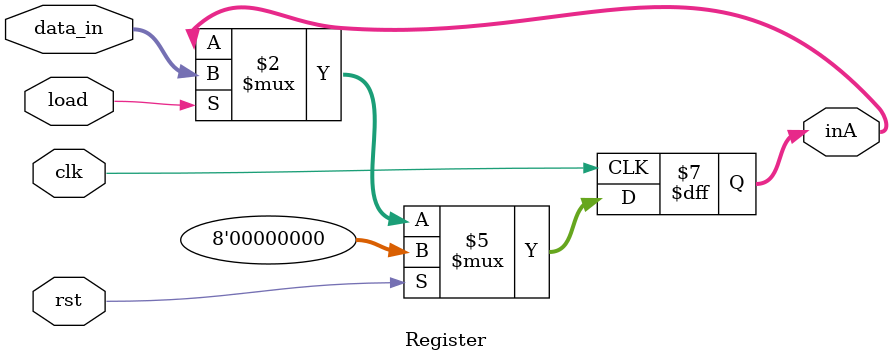
<source format=sv>
`timescale 1ns / 1ps


module Register(
    input  logic clk,          // Clock
    input  logic rst,          // Reset
    input  logic load,         // Signal Load dữ liệu ra output
    input  logic [7:0] data_in, // input 8-bit
    output logic [7:0] inA      // ouput 8-bit
);

//    logic [7:0] reg_buffer;  // Thanh ghi tạm lưu dữ liệu

    always @(posedge clk) begin
        if (rst) begin
//            reg_buffer <= 8'b0;  // Reset thanh ghi về 0
            inA   <= 8'b0;  // Reset đầu ra về 0
        end 
        else begin      //truyền trực tiếp ko dùng buffer
            if (load)
                inA <= data_in;
        end  
  
      
   //Dùng buffer     
         //Trường hợp này sai khi input và load cùng 1 thời điểm thì output ko bằng input vì input chỉ load được vào buffer khi load = 0
//        else begin
//            if (!load) 
//                reg_buffer <= data_in;  // Ghi vào thanh ghi tạm khi load = 0
//            if (load)
//                inA <= reg_buffer;
//        end
        
        //Trường hợp này sai vì khi input và load cùng một thời điểm thì sau 1 clock output mới cập nhật = input
//        else begin
//            if (load)
//                reg_buffer <= data_in;
//                inA <= reg_buffer;
//        end
        
        

    end

endmodule

</source>
